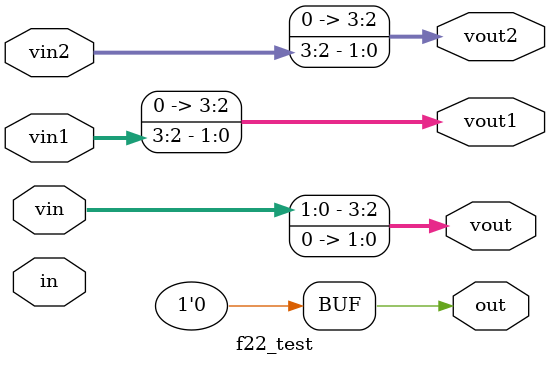
<source format=v>
module f22_test(in, out, vin, vout, vin1, vout1, vin2, vout2);
input in;
input [3:0] vin, vin1, vin2;
output [3:0] vout, vout1, vout2;
output out;
assign out = in << 1;
assign vout = vin << 2;
assign vout1 = vin1 >> 2;
assign vout2 = vin2 >>> 2;
endmodule
</source>
